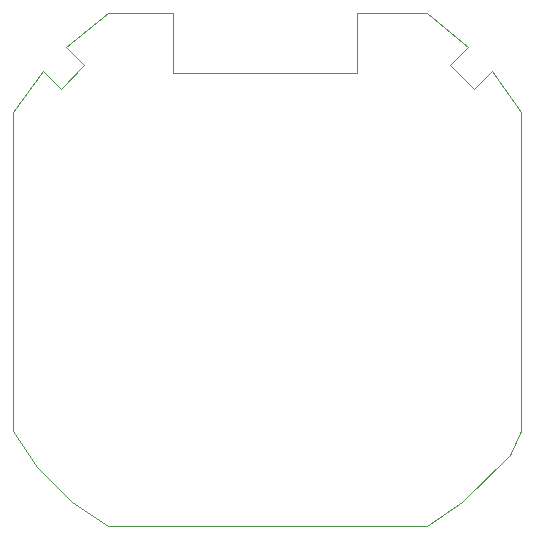
<source format=gm1>
G04 #@! TF.GenerationSoftware,KiCad,Pcbnew,no-vcs-found-3ee2f80~59~ubuntu16.04.1*
G04 #@! TF.CreationDate,2017-07-28T09:46:05+03:00*
G04 #@! TF.ProjectId,livolo_1_channel_1way_eu_switch,6C69766F6C6F5F315F6368616E6E656C,rev?*
G04 #@! TF.SameCoordinates,Original*
G04 #@! TF.FileFunction,Profile,NP*
%FSLAX46Y46*%
G04 Gerber Fmt 4.6, Leading zero omitted, Abs format (unit mm)*
G04 Created by KiCad (PCBNEW no-vcs-found-3ee2f80~59~ubuntu16.04.1) date Fri Jul 28 09:46:05 2017*
%MOMM*%
%LPD*%
G01*
G04 APERTURE LIST*
%ADD10C,0.100000*%
G04 APERTURE END LIST*
D10*
X134400000Y-75300980D02*
X150000000Y-75300980D01*
X150000000Y-75300980D02*
X150000000Y-70200000D01*
X134400000Y-75300980D02*
X134400000Y-70200000D01*
X150000000Y-70200000D02*
X155900000Y-70200000D01*
X158900640Y-111602340D02*
X162910000Y-107590000D01*
X157899880Y-74602160D02*
X159898860Y-76601140D01*
X125898420Y-111602340D02*
X128900700Y-113601320D01*
X163899360Y-105600320D02*
X163899360Y-78600120D01*
X126899180Y-74602160D02*
X125400580Y-73101020D01*
X155900000Y-70200000D02*
X159398480Y-73101020D01*
X162910000Y-107590000D02*
X163899360Y-105600320D01*
X120899700Y-105600320D02*
X120899700Y-78600120D01*
X123399060Y-75100000D02*
X124900200Y-76601140D01*
X124900200Y-76601140D02*
X126899180Y-74602160D01*
X125400580Y-73101020D02*
X128900000Y-70200000D01*
X128900000Y-70200000D02*
X134400000Y-70200000D01*
X159898860Y-76601140D02*
X161400000Y-75100000D01*
X122940000Y-108610000D02*
X125898420Y-111602340D01*
X155898360Y-113601320D02*
X158900640Y-111602340D01*
X128900700Y-113601320D02*
X155898360Y-113601320D01*
X120899700Y-105600320D02*
X122940000Y-108610000D01*
X159398480Y-73101020D02*
X157899880Y-74602160D01*
X120899700Y-78600120D02*
X123399060Y-75100000D01*
X161400000Y-75100000D02*
X163899360Y-78600120D01*
M02*

</source>
